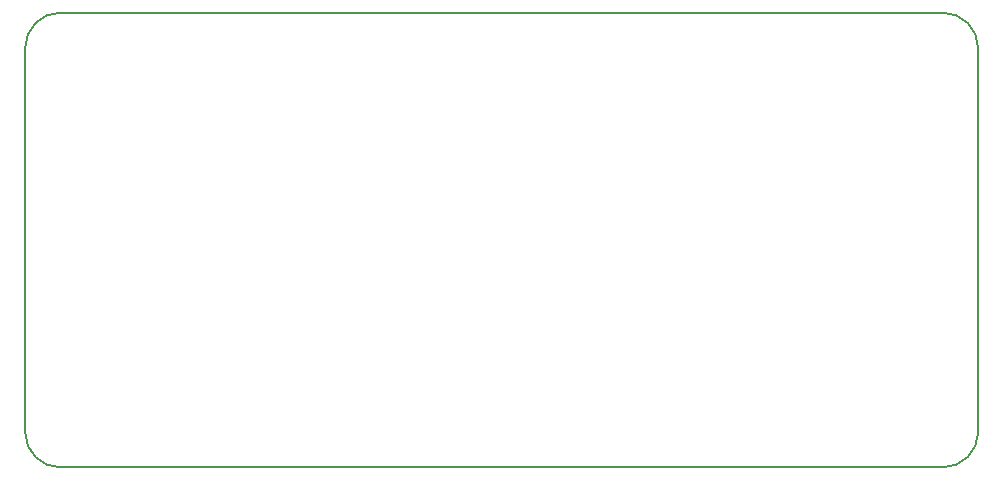
<source format=gm1>
G04 #@! TF.GenerationSoftware,KiCad,Pcbnew,8.0.4*
G04 #@! TF.CreationDate,2024-11-17T23:13:56+01:00*
G04 #@! TF.ProjectId,TEF6687,54454636-3638-4372-9e6b-696361645f70,v1.1*
G04 #@! TF.SameCoordinates,Original*
G04 #@! TF.FileFunction,Profile,NP*
%FSLAX46Y46*%
G04 Gerber Fmt 4.6, Leading zero omitted, Abs format (unit mm)*
G04 Created by KiCad (PCBNEW 8.0.4) date 2024-11-17 23:13:56*
%MOMM*%
%LPD*%
G01*
G04 APERTURE LIST*
G04 #@! TA.AperFunction,Profile*
%ADD10C,0.200000*%
G04 #@! TD*
G04 APERTURE END LIST*
D10*
X113900000Y-79200000D02*
X113900000Y-46700000D01*
X116900000Y-82200000D02*
X191600000Y-82200000D01*
X113900000Y-46700000D02*
G75*
G02*
X116900000Y-43700000I3000000J0D01*
G01*
X194600000Y-46700000D02*
X194600000Y-79200000D01*
X194600000Y-79200000D02*
G75*
G02*
X191600000Y-82200000I-3000000J0D01*
G01*
X116900000Y-82200000D02*
G75*
G02*
X113899900Y-79200000I-10700J2989400D01*
G01*
X191600000Y-43700000D02*
X116900000Y-43700000D01*
X191600000Y-43700000D02*
G75*
G02*
X194600000Y-46700000I0J-3000000D01*
G01*
M02*

</source>
